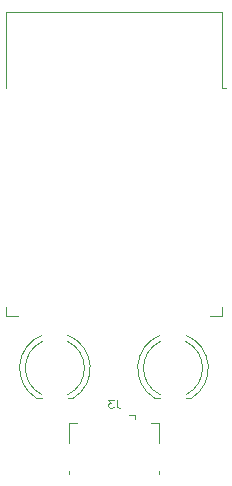
<source format=gbr>
G04 #@! TF.GenerationSoftware,KiCad,Pcbnew,(5.1.10)-1*
G04 #@! TF.CreationDate,2021-11-02T11:53:18+09:00*
G04 #@! TF.ProjectId,fishsensor,66697368-7365-46e7-936f-722e6b696361,rev?*
G04 #@! TF.SameCoordinates,Original*
G04 #@! TF.FileFunction,Legend,Bot*
G04 #@! TF.FilePolarity,Positive*
%FSLAX46Y46*%
G04 Gerber Fmt 4.6, Leading zero omitted, Abs format (unit mm)*
G04 Created by KiCad (PCBNEW (5.1.10)-1) date 2021-11-02 11:53:18*
%MOMM*%
%LPD*%
G01*
G04 APERTURE LIST*
%ADD10C,0.120000*%
%ADD11C,0.100000*%
G04 APERTURE END LIST*
D10*
X13810000Y-34640000D02*
X13150000Y-34640000D01*
X13810000Y-36370000D02*
X13810000Y-34640000D01*
X6190000Y-38940000D02*
X6190000Y-38730000D01*
X13810000Y-38940000D02*
X13810000Y-38730000D01*
X6190000Y-36370000D02*
X6190000Y-34640000D01*
X6190000Y-34640000D02*
X6840000Y-34640000D01*
X11760000Y-33940000D02*
X11310000Y-33940000D01*
X11760000Y-33940000D02*
X11760000Y-34330000D01*
X19120000Y-6255000D02*
X19500000Y-6255000D01*
X19120000Y165000D02*
X19120000Y-6255000D01*
X880000Y165000D02*
X880000Y-6255000D01*
X19120000Y165000D02*
X880000Y165000D01*
X880000Y-25580000D02*
X1880000Y-25580000D01*
X880000Y-24800000D02*
X880000Y-25580000D01*
X19120000Y-25580000D02*
X18120000Y-25580000D01*
X19120000Y-24800000D02*
X19120000Y-25580000D01*
X13920000Y-32560000D02*
X13455000Y-32560000D01*
X16545000Y-32560000D02*
X16080000Y-32560000D01*
X13919571Y-27745521D02*
G75*
G03*
X13920000Y-32254684I1080429J-2254479D01*
G01*
X16080429Y-27745521D02*
G75*
G02*
X16080000Y-32254684I-1080429J-2254479D01*
G01*
X13919173Y-27212185D02*
G75*
G03*
X13455170Y-32560000I1080827J-2787815D01*
G01*
X16080827Y-27212185D02*
G75*
G02*
X16544830Y-32560000I-1080827J-2787815D01*
G01*
X3920000Y-32560000D02*
X3455000Y-32560000D01*
X6545000Y-32560000D02*
X6080000Y-32560000D01*
X3919571Y-27745521D02*
G75*
G03*
X3920000Y-32254684I1080429J-2254479D01*
G01*
X6080429Y-27745521D02*
G75*
G02*
X6080000Y-32254684I-1080429J-2254479D01*
G01*
X3919173Y-27212185D02*
G75*
G03*
X3455170Y-32560000I1080827J-2787815D01*
G01*
X6080827Y-27212185D02*
G75*
G02*
X6544830Y-32560000I-1080827J-2787815D01*
G01*
D11*
X10233333Y-32666666D02*
X10233333Y-33166666D01*
X10266666Y-33266666D01*
X10333333Y-33333333D01*
X10433333Y-33366666D01*
X10500000Y-33366666D01*
X9966666Y-32666666D02*
X9533333Y-32666666D01*
X9766666Y-32933333D01*
X9666666Y-32933333D01*
X9600000Y-32966666D01*
X9566666Y-33000000D01*
X9533333Y-33066666D01*
X9533333Y-33233333D01*
X9566666Y-33300000D01*
X9600000Y-33333333D01*
X9666666Y-33366666D01*
X9866666Y-33366666D01*
X9933333Y-33333333D01*
X9966666Y-33300000D01*
M02*

</source>
